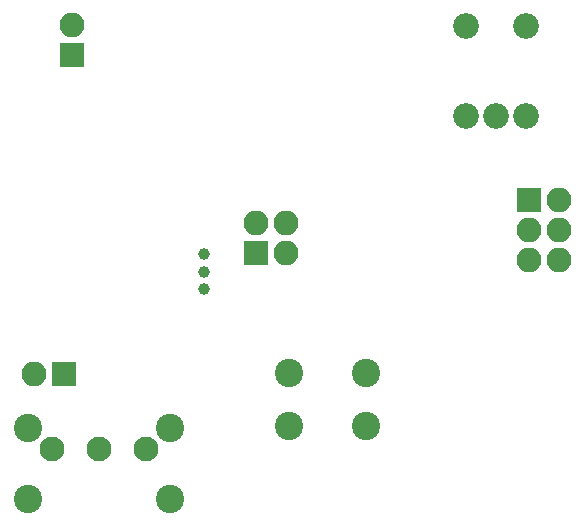
<source format=gbs>
G04 #@! TF.FileFunction,Soldermask,Bot*
%FSLAX46Y46*%
G04 Gerber Fmt 4.6, Leading zero omitted, Abs format (unit mm)*
G04 Created by KiCad (PCBNEW 4.0.7) date 11/06/17 18:42:07*
%MOMM*%
%LPD*%
G01*
G04 APERTURE LIST*
%ADD10C,0.100000*%
%ADD11C,1.000000*%
%ADD12R,2.100000X2.100000*%
%ADD13O,2.100000X2.100000*%
%ADD14C,2.400000*%
%ADD15C,2.178000*%
%ADD16C,2.100000*%
G04 APERTURE END LIST*
D10*
D11*
X51181000Y-154432000D03*
X51181000Y-153035000D03*
X51181000Y-151511000D03*
D12*
X55626000Y-151384000D03*
D13*
X55626000Y-148844000D03*
X58166000Y-151384000D03*
X58166000Y-148844000D03*
D14*
X64897000Y-161544000D03*
X64897000Y-166044000D03*
X58397000Y-161544000D03*
X58397000Y-166044000D03*
D15*
X73406000Y-132207000D03*
X78486000Y-132207000D03*
X78486000Y-139827000D03*
X75946000Y-139827000D03*
X73406000Y-139827000D03*
D12*
X78740000Y-146939000D03*
D13*
X81280000Y-146939000D03*
X78740000Y-149479000D03*
X81280000Y-149479000D03*
X78740000Y-152019000D03*
X81280000Y-152019000D03*
D12*
X39370000Y-161671000D03*
D13*
X36830000Y-161671000D03*
D12*
X40005000Y-134620000D03*
D13*
X40005000Y-132080000D03*
D14*
X36291000Y-166271000D03*
X48291000Y-166271000D03*
X48291000Y-172271000D03*
X36291000Y-172271000D03*
D16*
X38291000Y-168021000D03*
X42291000Y-168021000D03*
X46291000Y-168021000D03*
M02*

</source>
